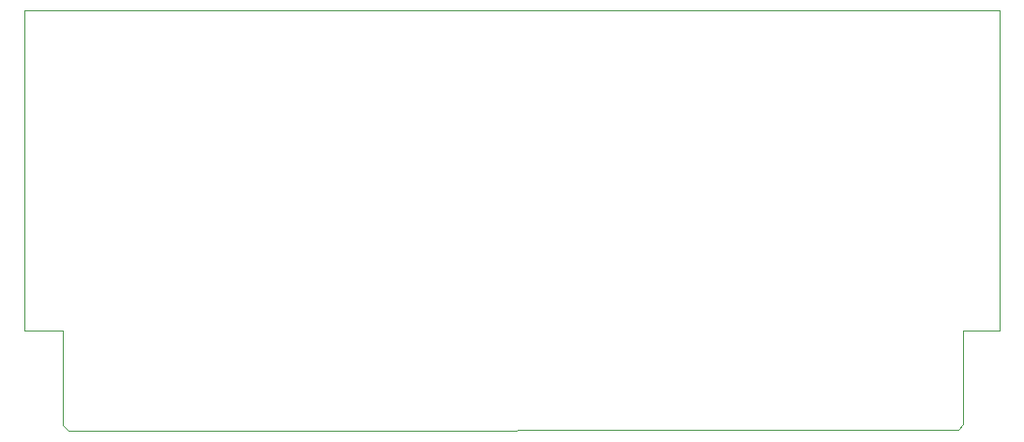
<source format=gm1>
G04 #@! TF.GenerationSoftware,KiCad,Pcbnew,(5.1.4)-1*
G04 #@! TF.CreationDate,2020-05-29T14:17:48+02:00*
G04 #@! TF.ProjectId,RTC8088,52544338-3038-4382-9e6b-696361645f70,rev?*
G04 #@! TF.SameCoordinates,Original*
G04 #@! TF.FileFunction,Profile,NP*
%FSLAX46Y46*%
G04 Gerber Fmt 4.6, Leading zero omitted, Abs format (unit mm)*
G04 Created by KiCad (PCBNEW (5.1.4)-1) date 2020-05-29 14:17:48*
%MOMM*%
%LPD*%
G04 APERTURE LIST*
%ADD10C,0.050000*%
G04 APERTURE END LIST*
D10*
X186690000Y-98000000D02*
X186690000Y-98171000D01*
X186690000Y-106426000D02*
X186690000Y-98171000D01*
X186309000Y-106934000D02*
X186690000Y-106426000D01*
X105918000Y-107061000D02*
X186309000Y-106934000D01*
X105410000Y-106553000D02*
X105918000Y-107061000D01*
X105410000Y-98000000D02*
X105410000Y-106553000D01*
X190000000Y-98000000D02*
X186690000Y-98000000D01*
X190000000Y-69000000D02*
X190000000Y-98000000D01*
X102000000Y-98000000D02*
X105410000Y-98000000D01*
X102000000Y-69000000D02*
X102000000Y-98000000D01*
X190000000Y-69000000D02*
X102000000Y-69000000D01*
M02*

</source>
